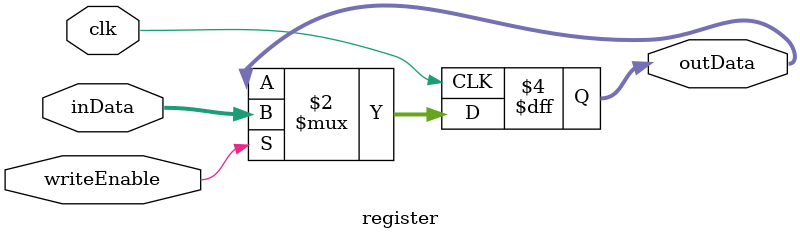
<source format=sv>
`timescale 1ns / 1ps


module register #(parameter BIT_WIDTH=8) 
    (input writeEnable,
     input clk,
     input [BIT_WIDTH-1:0] inData,
     output logic [BIT_WIDTH-1:0] outData);

    always @(posedge(clk)) begin
        if (writeEnable) begin
            outData <= inData;
        end
    end
    // logic [BIT_WIDTH-1:0] write;
    // logic [BIT_WIDTH-1:0] read;
    // DFF flipFlopZero(.D(write[0]), .clk(clk), .Q(read[0]));
    
    // genvar i;
    // generate
    //     for (i = 0; i < BIT_WIDTH - 1; i ++) begin
    //         DFF flipFlopI(.D(write[i + 1]), .clk(clk), .Q(read[i + 1]));
    //     end
    // endgenerate ;
    
    // assign outData = read;
    // always @(posedge(clk)) begin
    //     write = writeEnable ? inData : read;
    // end
endmodule


</source>
